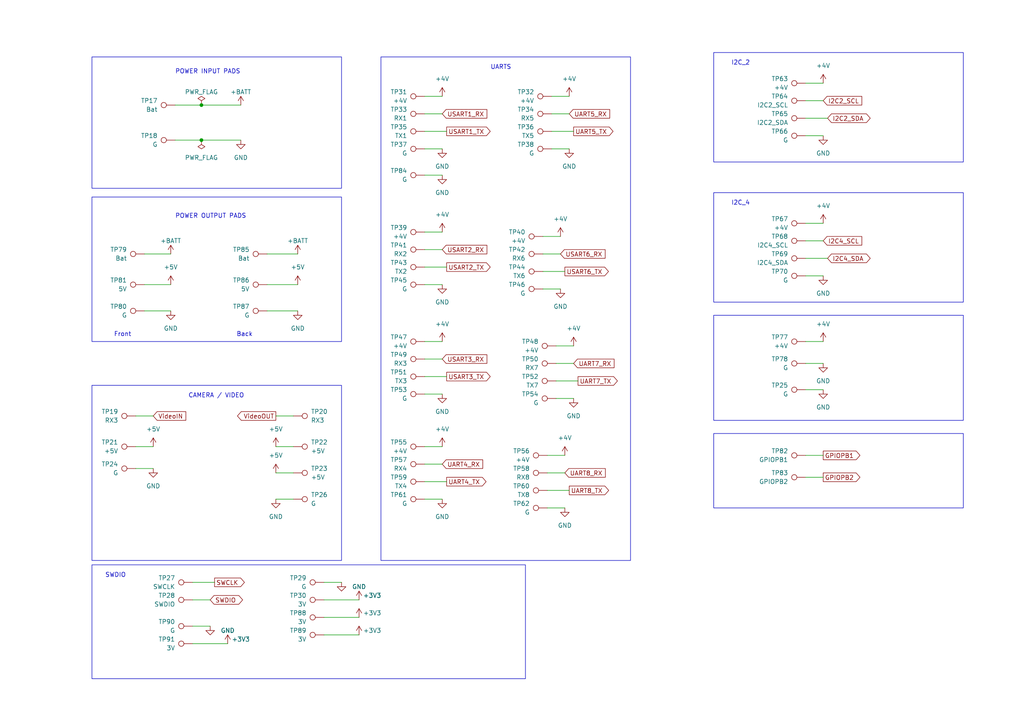
<source format=kicad_sch>
(kicad_sch (version 20231120) (generator "eeschema") (generator_version "8.0")
  (paper "A4")
  (lib_symbols
    (symbol "Connector:TestPoint" (pin_numbers hide) (pin_names (offset 0.762) hide)
      (property "Reference" "TP" (at 0 6.858 0))
      (property "Value" "TestPoint" (at 0 5.08 0))
      (symbol "TestPoint_0_1"
        (circle (center 0 3.302) (radius 0.762))
      )
      (symbol "TestPoint_1_1"
        (pin passive line (at 0 0 90) (length 2.54) (name "1") (number "1"))
      )
    )
    (symbol "power:+3V3" (power) (pin_names (offset 0))
      (property "Value" "+3V3" (at 0 3.556 0))
      (symbol "+3V3_0_1"
        (polyline (pts (xy -0.762 1.27) (xy 0 2.54)))
        (polyline (pts (xy 0 0) (xy 0 2.54)))
        (polyline (pts (xy 0 2.54) (xy 0.762 1.27)))
      )
      (symbol "+3V3_1_1"
        (pin power_in line (at 0 0 90) (length 0) hide (name "+3V3") (number "1"))
      )
    )
    (symbol "power:+4V" (power) (pin_names (offset 0))
      (property "Value" "+4V" (at 0 3.556 0))
      (symbol "+4V_0_1"
        (polyline (pts (xy -0.762 1.27) (xy 0 2.54)))
        (polyline (pts (xy 0 0) (xy 0 2.54)))
        (polyline (pts (xy 0 2.54) (xy 0.762 1.27)))
      )
      (symbol "+4V_1_1"
        (pin power_in line (at 0 0 90) (length 0) hide (name "+4V") (number "1"))
      )
    )
    (symbol "power:+5V" (power) (pin_names (offset 0))
      (property "Value" "+5V" (at 0 3.556 0))
      (symbol "+5V_0_1"
        (polyline (pts (xy -0.762 1.27) (xy 0 2.54)))
        (polyline (pts (xy 0 0) (xy 0 2.54)))
        (polyline (pts (xy 0 2.54) (xy 0.762 1.27)))
      )
      (symbol "+5V_1_1"
        (pin power_in line (at 0 0 90) (length 0) hide (name "+5V") (number "1"))
      )
    )
    (symbol "power:+BATT" (power) (pin_names (offset 0))
      (property "Value" "+BATT" (at 0 3.556 0))
      (symbol "+BATT_0_1"
        (polyline (pts (xy -0.762 1.27) (xy 0 2.54)))
        (polyline (pts (xy 0 0) (xy 0 2.54)))
        (polyline (pts (xy 0 2.54) (xy 0.762 1.27)))
      )
      (symbol "+BATT_1_1"
        (pin power_in line (at 0 0 90) (length 0) hide (name "+BATT") (number "1"))
      )
    )
    (symbol "power:GND" (power) (pin_names (offset 0))
      (property "Value" "GND" (at 0 -3.81 0))
      (symbol "GND_0_1"
        (polyline (pts (xy 0 0) (xy 0 -1.27) (xy 1.27 -1.27) (xy 0 -2.54) (xy -1.27 -1.27) (xy 0 -1.27)))
      )
      (symbol "GND_1_1"
        (pin power_in line (at 0 0 270) (length 0) hide (name "GND") (number "1"))
      )
    )
    (symbol "power:PWR_FLAG" (power) (pin_numbers hide) (pin_names (offset 0) hide)
      (property "Value" "PWR_FLAG" (at 0 3.81 0))
      (symbol "PWR_FLAG_0_0"
        (pin power_out line (at 0 0 90) (length 0) (name "pwr") (number "1"))
      )
      (symbol "PWR_FLAG_0_1"
        (polyline (pts (xy 0 0) (xy 0 1.27) (xy -1.016 1.905) (xy 0 2.54) (xy 1.016 1.905) (xy 0 1.27)))
      )
    )
  )
  (junction (at 58.42 30.48))
  (junction (at 58.42 40.64))
  (wire (pts (xy 93.98 168.91) (xy 99.06 168.91)))
  (wire (pts (xy 163.83 137.16) (xy 158.75 137.16)))
  (wire (pts (xy 41.91 73.66) (xy 49.53 73.66)))
  (wire (pts (xy 233.68 80.01) (xy 238.76 80.01)))
  (wire (pts (xy 123.19 50.8) (xy 128.27 50.8)))
  (wire (pts (xy 93.98 173.99) (xy 104.14 173.99)))
  (wire (pts (xy 163.83 78.74) (xy 157.48 78.74)))
  (wire (pts (xy 233.68 138.43) (xy 238.76 138.43)))
  (wire (pts (xy 44.45 120.65) (xy 39.37 120.65)))
  (wire (pts (xy 167.64 110.49) (xy 161.29 110.49)))
  (wire (pts (xy 238.76 113.03) (xy 233.68 113.03)))
  (wire (pts (xy 129.54 77.47) (xy 123.19 77.47)))
  (wire (pts (xy 123.19 67.31) (xy 128.27 67.31)))
  (wire (pts (xy 165.1 142.24) (xy 158.75 142.24)))
  (wire (pts (xy 128.27 104.14) (xy 123.19 104.14)))
  (wire (pts (xy 55.88 181.61) (xy 60.96 181.61)))
  (wire (pts (xy 129.54 38.1) (xy 123.19 38.1)))
  (wire (pts (xy 41.91 90.17) (xy 49.53 90.17)))
  (wire (pts (xy 129.54 139.7) (xy 123.19 139.7)))
  (wire (pts (xy 80.01 137.16) (xy 85.09 137.16)))
  (wire (pts (xy 233.68 39.37) (xy 238.76 39.37)))
  (wire (pts (xy 77.47 90.17) (xy 86.36 90.17)))
  (wire (pts (xy 77.47 73.66) (xy 86.36 73.66)))
  (wire (pts (xy 160.02 43.18) (xy 165.1 43.18)))
  (wire (pts (xy 41.91 82.55) (xy 49.53 82.55)))
  (wire (pts (xy 233.68 99.06) (xy 238.76 99.06)))
  (wire (pts (xy 80.01 129.54) (xy 85.09 129.54)))
  (wire (pts (xy 85.09 120.65) (xy 80.01 120.65)))
  (wire (pts (xy 240.03 34.29) (xy 233.68 34.29)))
  (wire (pts (xy 123.19 129.54) (xy 128.27 129.54)))
  (wire (pts (xy 123.19 82.55) (xy 128.27 82.55)))
  (wire (pts (xy 50.8 40.64) (xy 58.42 40.64)))
  (wire (pts (xy 165.1 33.02) (xy 160.02 33.02)))
  (wire (pts (xy 161.29 100.33) (xy 166.37 100.33)))
  (wire (pts (xy 233.68 105.41) (xy 238.76 105.41)))
  (wire (pts (xy 39.37 135.89) (xy 44.45 135.89)))
  (wire (pts (xy 93.98 179.07) (xy 104.14 179.07)))
  (wire (pts (xy 123.19 144.78) (xy 128.27 144.78)))
  (wire (pts (xy 129.54 109.22) (xy 123.19 109.22)))
  (wire (pts (xy 160.02 27.94) (xy 165.1 27.94)))
  (wire (pts (xy 158.75 132.08) (xy 163.83 132.08)))
  (wire (pts (xy 233.68 132.08) (xy 238.76 132.08)))
  (wire (pts (xy 128.27 72.39) (xy 123.19 72.39)))
  (wire (pts (xy 55.88 186.69) (xy 66.04 186.69)))
  (wire (pts (xy 39.37 129.54) (xy 44.45 129.54)))
  (wire (pts (xy 128.27 33.02) (xy 123.19 33.02)))
  (wire (pts (xy 62.23 168.91) (xy 55.88 168.91)))
  (wire (pts (xy 240.03 74.93) (xy 233.68 74.93)))
  (wire (pts (xy 157.48 83.82) (xy 162.56 83.82)))
  (wire (pts (xy 123.19 43.18) (xy 128.27 43.18)))
  (wire (pts (xy 50.8 30.48) (xy 58.42 30.48)))
  (wire (pts (xy 157.48 68.58) (xy 162.56 68.58)))
  (wire (pts (xy 60.96 173.99) (xy 55.88 173.99)))
  (wire (pts (xy 233.68 24.13) (xy 238.76 24.13)))
  (wire (pts (xy 93.98 184.15) (xy 104.14 184.15)))
  (wire (pts (xy 238.76 69.85) (xy 233.68 69.85)))
  (wire (pts (xy 123.19 27.94) (xy 128.27 27.94)))
  (wire (pts (xy 158.75 147.32) (xy 163.83 147.32)))
  (wire (pts (xy 77.47 82.55) (xy 86.36 82.55)))
  (wire (pts (xy 161.29 115.57) (xy 166.37 115.57)))
  (wire (pts (xy 80.01 144.78) (xy 85.09 144.78)))
  (wire (pts (xy 58.42 40.64) (xy 69.85 40.64)))
  (wire (pts (xy 58.42 30.48) (xy 69.85 30.48)))
  (wire (pts (xy 123.19 114.3) (xy 128.27 114.3)))
  (wire (pts (xy 233.68 64.77) (xy 238.76 64.77)))
  (wire (pts (xy 166.37 105.41) (xy 161.29 105.41)))
  (wire (pts (xy 123.19 99.06) (xy 128.27 99.06)))
  (wire (pts (xy 128.27 134.62) (xy 123.19 134.62)))
  (wire (pts (xy 238.76 29.21) (xy 233.68 29.21)))
  (wire (pts (xy 162.56 73.66) (xy 157.48 73.66)))
  (wire (pts (xy 166.37 38.1) (xy 160.02 38.1)))
  (rectangle (start 110.49 16.51) (end 182.88 162.56))
  (rectangle (start 207.01 91.44) (end 279.4 121.92))
  (rectangle (start 26.67 163.83) (end 152.4 196.85))
  (rectangle (start 26.67 16.51) (end 99.06 54.61))
  (rectangle (start 207.01 55.88) (end 279.4 87.63))
  (rectangle (start 26.67 111.76) (end 99.06 162.56))
  (rectangle (start 26.67 57.15) (end 99.06 99.06))
  (rectangle (start 207.01 125.73) (end 279.4 147.32))
  (rectangle (start 207.01 15.24) (end 279.4 46.99))
  (text "Back" (at 68.58 97.79 0) (effects (font (size 1.27 1.27)) (justify left bottom)))
  (text "Front" (at 33.02 97.79 0) (effects (font (size 1.27 1.27)) (justify left bottom)))
  (text "I2C_2" (at 212.09 19.05 0) (effects (font (size 1.27 1.27)) (justify left bottom)))
  (text "I2C_4" (at 212.09 59.69 0) (effects (font (size 1.27 1.27)) (justify left bottom)))
  (text "UARTS" (at 142.24 20.32 0) (effects (font (size 1.27 1.27)) (justify left bottom)))
  (text "CAMERA / VIDEO" (at 54.61 115.57 0) (effects (font (size 1.27 1.27)) (justify left bottom)))
  (text "POWER OUTPUT PADS" (at 50.8 63.5 0) (effects (font (size 1.27 1.27)) (justify left bottom)))
  (text "POWER INPUT PADS" (at 50.8 21.59 0) (effects (font (size 1.27 1.27)) (justify left bottom)))
  (text "SWDIO" (at 30.48 167.64 0) (effects (font (size 1.27 1.27)) (justify left bottom)))
  (global_label "UART4_RX" (shape input) (at 128.27 134.62 0) (property "Intersheetrefs" "${INTERSHEET_REFS}" (effects (hide yes))))
  (global_label "USART6_TX" (shape output) (at 163.83 78.74 0) (property "Intersheetrefs" "${INTERSHEET_REFS}" (effects (hide yes))))
  (global_label "I2C2_SCL" (shape input) (at 238.76 29.21 0) (property "Intersheetrefs" "${INTERSHEET_REFS}" (effects (hide yes))))
  (global_label "UART4_TX" (shape output) (at 129.54 139.7 0) (property "Intersheetrefs" "${INTERSHEET_REFS}" (effects (hide yes))))
  (global_label "GPIOPB2" (shape output) (at 238.76 138.43 0) (property "Intersheetrefs" "${INTERSHEET_REFS}" (effects (hide yes))))
  (global_label "I2C4_SDA" (shape bidirectional) (at 240.03 74.93 0) (property "Intersheetrefs" "${INTERSHEET_REFS}" (effects (hide yes))))
  (global_label "SWCLK" (shape output) (at 62.23 168.91 0) (property "Intersheetrefs" "${INTERSHEET_REFS}" (effects (hide yes))))
  (global_label "I2C4_SCL" (shape input) (at 238.76 69.85 0) (property "Intersheetrefs" "${INTERSHEET_REFS}" (effects (hide yes))))
  (global_label "VideoOUT" (shape output) (at 80.01 120.65 180) (property "Intersheetrefs" "${INTERSHEET_REFS}" (effects (hide yes))))
  (global_label "USART1_TX" (shape output) (at 129.54 38.1 0) (property "Intersheetrefs" "${INTERSHEET_REFS}" (effects (hide yes))))
  (global_label "I2C2_SDA" (shape bidirectional) (at 240.03 34.29 0) (property "Intersheetrefs" "${INTERSHEET_REFS}" (effects (hide yes))))
  (global_label "USART2_RX" (shape input) (at 128.27 72.39 0) (property "Intersheetrefs" "${INTERSHEET_REFS}" (effects (hide yes))))
  (global_label "UART7_TX" (shape output) (at 167.64 110.49 0) (property "Intersheetrefs" "${INTERSHEET_REFS}" (effects (hide yes))))
  (global_label "GPIOPB1" (shape output) (at 238.76 132.08 0) (property "Intersheetrefs" "${INTERSHEET_REFS}" (effects (hide yes))))
  (global_label "USART3_TX" (shape output) (at 129.54 109.22 0) (property "Intersheetrefs" "${INTERSHEET_REFS}" (effects (hide yes))))
  (global_label "SWDIO" (shape bidirectional) (at 60.96 173.99 0) (property "Intersheetrefs" "${INTERSHEET_REFS}" (effects (hide yes))))
  (global_label "USART1_RX" (shape input) (at 128.27 33.02 0) (property "Intersheetrefs" "${INTERSHEET_REFS}" (effects (hide yes))))
  (global_label "UART8_RX" (shape input) (at 163.83 137.16 0) (property "Intersheetrefs" "${INTERSHEET_REFS}" (effects (hide yes))))
  (global_label "USART3_RX" (shape input) (at 128.27 104.14 0) (property "Intersheetrefs" "${INTERSHEET_REFS}" (effects (hide yes))))
  (global_label "VideoIN" (shape input) (at 44.45 120.65 0) (property "Intersheetrefs" "${INTERSHEET_REFS}" (effects (hide yes))))
  (global_label "UART5_RX" (shape input) (at 165.1 33.02 0) (property "Intersheetrefs" "${INTERSHEET_REFS}" (effects (hide yes))))
  (global_label "USART2_TX" (shape output) (at 129.54 77.47 0) (property "Intersheetrefs" "${INTERSHEET_REFS}" (effects (hide yes))))
  (global_label "UART8_TX" (shape output) (at 165.1 142.24 0) (property "Intersheetrefs" "${INTERSHEET_REFS}" (effects (hide yes))))
  (global_label "UART5_TX" (shape output) (at 166.37 38.1 0) (property "Intersheetrefs" "${INTERSHEET_REFS}" (effects (hide yes))))
  (global_label "UART7_RX" (shape input) (at 166.37 105.41 0) (property "Intersheetrefs" "${INTERSHEET_REFS}" (effects (hide yes))))
  (global_label "USART6_RX" (shape input) (at 162.56 73.66 0) (property "Intersheetrefs" "${INTERSHEET_REFS}" (effects (hide yes))))
  (symbol (lib_id "Connector:TestPoint") (at 233.68 64.77 90) (unit 1)
    (property "Reference" "TP67" (at 228.6 63.5 90) (effects (justify left)))
    (property "Value" "+4V" (at 228.6 66.04 90) (effects (justify left)))
    (property "Footprint" "Project:TestPoint_Pad_1.0x1.5mm" (effects (hide yes)))
    (property "Note" "DNP" (effects (hide yes)))
    (property "Assemby" "Copper pad: no assembly required" (effects (hide yes)))
  )
  (symbol (lib_id "power:+5V") (at 86.36 82.55 0) (unit 1)
    (property "Reference" "#PWR032" (effects (hide yes)))
    (property "Value" "+5V" (at 86.36 77.47 0))
  )
  (symbol (lib_id "Connector:TestPoint") (at 123.19 67.31 90) (unit 1)
    (property "Reference" "TP39" (at 118.11 66.04 90) (effects (justify left)))
    (property "Value" "+4V" (at 118.11 68.58 90) (effects (justify left)))
    (property "Footprint" "Project:TestPoint_Pad_1.0x1.5mm" (effects (hide yes)))
    (property "Note" "DNP" (effects (hide yes)))
    (property "Assemby" "Copper pad: no assembly required" (effects (hide yes)))
  )
  (symbol (lib_id "power:+3V3") (at 104.14 173.99 0) (unit 1)
    (property "Reference" "#PWR0202" (effects (hide yes)))
    (property "Value" "+3V3" (at 107.95 172.72 0))
  )
  (symbol (lib_id "Connector:TestPoint") (at 85.09 144.78 270) (mirror x) (unit 1)
    (property "Reference" "TP26" (at 90.17 143.51 90) (effects (justify left)))
    (property "Value" "G" (at 90.17 146.05 90) (effects (justify left)))
    (property "Footprint" "Project:TestPoint_Pad_1.0x1.5mm" (effects (hide yes)))
    (property "Note" "DNP" (effects (hide yes)))
    (property "Assemby" "Copper pad: no assembly required" (effects (hide yes)))
  )
  (symbol (lib_id "power:+4V") (at 128.27 27.94 0) (unit 1)
    (property "Reference" "#PWR0209" (effects (hide yes)))
    (property "Value" "+4V" (at 128.27 22.86 0))
  )
  (symbol (lib_id "Connector:TestPoint") (at 157.48 68.58 90) (unit 1)
    (property "Reference" "TP40" (at 152.4 67.31 90) (effects (justify left)))
    (property "Value" "+4V" (at 152.4 69.85 90) (effects (justify left)))
    (property "Footprint" "Project:TestPoint_Pad_1.0x1.5mm" (effects (hide yes)))
    (property "Note" "DNP" (effects (hide yes)))
    (property "Assemby" "Copper pad: no assembly required" (effects (hide yes)))
  )
  (symbol (lib_id "Connector:TestPoint") (at 233.68 74.93 90) (unit 1)
    (property "Reference" "TP69" (at 228.6 73.66 90) (effects (justify left)))
    (property "Value" "I2C4_SDA" (at 228.6 76.2 90) (effects (justify left)))
    (property "Footprint" "Project:TestPoint_Pad_1.0x1.5mm" (effects (hide yes)))
    (property "Note" "DNP" (effects (hide yes)))
    (property "Assemby" "Copper pad: no assembly required" (effects (hide yes)))
  )
  (symbol (lib_id "power:+4V") (at 162.56 68.58 0) (unit 1)
    (property "Reference" "#PWR0217" (effects (hide yes)))
    (property "Value" "+4V" (at 162.56 63.5 0))
  )
  (symbol (lib_id "power:GND") (at 80.01 144.78 0) (unit 1)
    (property "Reference" "#PWR0208" (effects (hide yes)))
    (property "Value" "GND" (at 80.01 149.86 0))
  )
  (symbol (lib_id "Connector:TestPoint") (at 123.19 50.8 90) (unit 1)
    (property "Reference" "TP84" (at 118.11 49.53 90) (effects (justify left)))
    (property "Value" "G" (at 118.11 52.07 90) (effects (justify left)))
    (property "Footprint" "Project:TestPoint_Pad_1.0x1.5mm" (effects (hide yes)))
    (property "Note" "DNP" (effects (hide yes)))
    (property "Assemby" "Copper pad: no assembly required" (effects (hide yes)))
  )
  (symbol (lib_id "Connector:TestPoint") (at 41.91 90.17 90) (unit 1)
    (property "Reference" "TP80" (at 36.83 88.9 90) (effects (justify left)))
    (property "Value" "G" (at 36.83 91.44 90) (effects (justify left)))
    (property "Footprint" "Project:TestPoint_Pad_1.0x1.5mm" (effects (hide yes)))
    (property "Note" "DNP" (effects (hide yes)))
    (property "Assemby" "Copper pad: no assembly required" (effects (hide yes)))
  )
  (symbol (lib_id "power:+4V") (at 165.1 27.94 0) (unit 1)
    (property "Reference" "#PWR0221" (effects (hide yes)))
    (property "Value" "+4V" (at 165.1 22.86 0))
  )
  (symbol (lib_id "Connector:TestPoint") (at 93.98 173.99 90) (unit 1)
    (property "Reference" "TP30" (at 88.9 172.72 90) (effects (justify left)))
    (property "Value" "3V" (at 88.9 175.26 90) (effects (justify left)))
    (property "Footprint" "Project:TestPoint_Pad_1.0x1.5mm" (effects (hide yes)))
    (property "Note" "DNP" (effects (hide yes)))
    (property "Assemby" "Copper pad: no assembly required" (effects (hide yes)))
  )
  (symbol (lib_id "power:GND") (at 49.53 90.17 0) (unit 1)
    (property "Reference" "#PWR028" (effects (hide yes)))
    (property "Value" "GND" (at 49.53 95.25 0))
  )
  (symbol (lib_id "Connector:TestPoint") (at 123.19 43.18 90) (unit 1)
    (property "Reference" "TP37" (at 118.11 41.91 90) (effects (justify left)))
    (property "Value" "G" (at 118.11 44.45 90) (effects (justify left)))
    (property "Footprint" "Project:TestPoint_Pad_1.0x1.5mm" (effects (hide yes)))
    (property "Note" "DNP" (effects (hide yes)))
    (property "Assemby" "Copper pad: no assembly required" (effects (hide yes)))
  )
  (symbol (lib_id "Connector:TestPoint") (at 55.88 173.99 90) (unit 1)
    (property "Reference" "TP28" (at 50.8 172.72 90) (effects (justify left)))
    (property "Value" "SWDIO" (at 50.8 175.26 90) (effects (justify left)))
    (property "Footprint" "Project:TestPoint_Pad_1.0x1.5mm" (effects (hide yes)))
    (property "Note" "DNP" (effects (hide yes)))
    (property "Assemby" "Copper pad: no assembly required" (effects (hide yes)))
  )
  (symbol (lib_id "Connector:TestPoint") (at 233.68 132.08 90) (unit 1)
    (property "Reference" "TP82" (at 228.6 130.81 90) (effects (justify left)))
    (property "Value" "GPIOPB1" (at 228.6 133.35 90) (effects (justify left)))
    (property "Footprint" "Project:TestPoint_Pad_1.0x1.5mm" (effects (hide yes)))
    (property "Note" "DNP" (effects (hide yes)))
    (property "Assemby" "Copper pad: no assembly required" (effects (hide yes)))
  )
  (symbol (lib_id "power:GND") (at 238.76 105.41 0) (unit 1)
    (property "Reference" "#PWR026" (effects (hide yes)))
    (property "Value" "GND" (at 238.76 110.49 0))
  )
  (symbol (lib_id "Connector:TestPoint") (at 123.19 109.22 90) (unit 1)
    (property "Reference" "TP51" (at 118.11 107.95 90) (effects (justify left)))
    (property "Value" "TX3" (at 118.11 110.49 90) (effects (justify left)))
    (property "Footprint" "Project:TestPoint_Pad_1.0x1.5mm" (effects (hide yes)))
    (property "Note" "DNP" (effects (hide yes)))
    (property "Assemby" "Copper pad: no assembly required" (effects (hide yes)))
  )
  (symbol (lib_id "power:+BATT") (at 86.36 73.66 0) (unit 1)
    (property "Reference" "#PWR031" (effects (hide yes)))
    (property "Value" "+BATT" (at 86.36 69.85 0))
  )
  (symbol (lib_id "power:GND") (at 128.27 114.3 0) (unit 1)
    (property "Reference" "#PWR0214" (effects (hide yes)))
    (property "Value" "GND" (at 128.27 119.38 0))
  )
  (symbol (lib_id "Connector:TestPoint") (at 233.68 113.03 90) (unit 1)
    (property "Reference" "TP25" (at 228.6 111.76 90) (effects (justify left)))
    (property "Value" "G" (at 228.6 114.3 90) (effects (justify left)))
    (property "Footprint" "Project:TestPoint_Pad_1.0x1.5mm" (effects (hide yes)))
    (property "Note" "DNP" (effects (hide yes)))
    (property "Assemby" "Copper pad: no assembly required" (effects (hide yes)))
  )
  (symbol (lib_id "power:GND") (at 86.36 90.17 0) (unit 1)
    (property "Reference" "#PWR033" (effects (hide yes)))
    (property "Value" "GND" (at 86.36 95.25 0))
  )
  (symbol (lib_id "power:GND") (at 238.76 80.01 0) (unit 1)
    (property "Reference" "#PWR0228" (effects (hide yes)))
    (property "Value" "GND" (at 238.76 85.09 0))
  )
  (symbol (lib_id "Connector:TestPoint") (at 123.19 144.78 90) (unit 1)
    (property "Reference" "TP61" (at 118.11 143.51 90) (effects (justify left)))
    (property "Value" "G" (at 118.11 146.05 90) (effects (justify left)))
    (property "Footprint" "Project:TestPoint_Pad_1.0x1.5mm" (effects (hide yes)))
    (property "Note" "DNP" (effects (hide yes)))
    (property "Assemby" "Copper pad: no assembly required" (effects (hide yes)))
  )
  (symbol (lib_id "power:PWR_FLAG") (at 58.42 30.48 0) (unit 1)
    (property "Reference" "#FLG0107" (effects (hide yes)))
    (property "Value" "PWR_FLAG" (at 58.42 26.67 0))
  )
  (symbol (lib_id "Connector:TestPoint") (at 39.37 129.54 90) (unit 1)
    (property "Reference" "TP21" (at 34.29 128.27 90) (effects (justify left)))
    (property "Value" "+5V" (at 34.29 130.81 90) (effects (justify left)))
    (property "Footprint" "Project:TestPoint_Pad_1.0x1.5mm" (effects (hide yes)))
    (property "Note" "DNP" (effects (hide yes)))
    (property "Assemby" "Copper pad: no assembly required" (effects (hide yes)))
  )
  (symbol (lib_id "Connector:TestPoint") (at 123.19 33.02 90) (unit 1)
    (property "Reference" "TP33" (at 118.11 31.75 90) (effects (justify left)))
    (property "Value" "RX1" (at 118.11 34.29 90) (effects (justify left)))
    (property "Footprint" "Project:TestPoint_Pad_1.0x1.5mm" (effects (hide yes)))
    (property "Note" "DNP" (effects (hide yes)))
    (property "Assemby" "Copper pad: no assembly required" (effects (hide yes)))
  )
  (symbol (lib_id "power:+4V") (at 166.37 100.33 0) (unit 1)
    (property "Reference" "#PWR0223" (effects (hide yes)))
    (property "Value" "+4V" (at 166.37 95.25 0))
  )
  (symbol (lib_id "power:GND") (at 162.56 83.82 0) (unit 1)
    (property "Reference" "#PWR0218" (effects (hide yes)))
    (property "Value" "GND" (at 162.56 88.9 0))
  )
  (symbol (lib_id "power:+4V") (at 128.27 99.06 0) (unit 1)
    (property "Reference" "#PWR0213" (effects (hide yes)))
    (property "Value" "+4V" (at 128.27 93.98 0))
  )
  (symbol (lib_id "Connector:TestPoint") (at 93.98 184.15 90) (unit 1)
    (property "Reference" "TP89" (at 88.9 182.88 90) (effects (justify left)))
    (property "Value" "3V" (at 88.9 185.42 90) (effects (justify left)))
    (property "Footprint" "Project:TestPoint_Pad_1.0x1.5mm" (effects (hide yes)))
    (property "Note" "DNP" (effects (hide yes)))
    (property "Assemby" "Copper pad: no assembly required" (effects (hide yes)))
  )
  (symbol (lib_id "power:+BATT") (at 49.53 73.66 0) (unit 1)
    (property "Reference" "#PWR027" (effects (hide yes)))
    (property "Value" "+BATT" (at 49.53 69.85 0))
  )
  (symbol (lib_id "power:+4V") (at 163.83 132.08 0) (unit 1)
    (property "Reference" "#PWR0219" (effects (hide yes)))
    (property "Value" "+4V" (at 163.83 127 0))
  )
  (symbol (lib_id "Connector:TestPoint") (at 158.75 137.16 90) (unit 1)
    (property "Reference" "TP58" (at 153.67 135.89 90) (effects (justify left)))
    (property "Value" "RX8" (at 153.67 138.43 90) (effects (justify left)))
    (property "Footprint" "Project:TestPoint_Pad_1.0x1.5mm" (effects (hide yes)))
    (property "Note" "DNP" (effects (hide yes)))
    (property "Assemby" "Copper pad: no assembly required" (effects (hide yes)))
  )
  (symbol (lib_id "power:+5V") (at 49.53 82.55 0) (unit 1)
    (property "Reference" "#PWR029" (effects (hide yes)))
    (property "Value" "+5V" (at 49.53 77.47 0))
  )
  (symbol (lib_id "Connector:TestPoint") (at 85.09 137.16 270) (mirror x) (unit 1)
    (property "Reference" "TP23" (at 90.17 135.89 90) (effects (justify left)))
    (property "Value" "+5V" (at 90.17 138.43 90) (effects (justify left)))
    (property "Footprint" "Project:TestPoint_Pad_1.0x1.5mm" (effects (hide yes)))
    (property "Note" "DNP" (effects (hide yes)))
    (property "Assemby" "Copper pad: no assembly required" (effects (hide yes)))
  )
  (symbol (lib_id "Connector:TestPoint") (at 123.19 99.06 90) (unit 1)
    (property "Reference" "TP47" (at 118.11 97.79 90) (effects (justify left)))
    (property "Value" "+4V" (at 118.11 100.33 90) (effects (justify left)))
    (property "Footprint" "Project:TestPoint_Pad_1.0x1.5mm" (effects (hide yes)))
    (property "Note" "DNP" (effects (hide yes)))
    (property "Assemby" "Copper pad: no assembly required" (effects (hide yes)))
  )
  (symbol (lib_id "Connector:TestPoint") (at 123.19 38.1 90) (unit 1)
    (property "Reference" "TP35" (at 118.11 36.83 90) (effects (justify left)))
    (property "Value" "TX1" (at 118.11 39.37 90) (effects (justify left)))
    (property "Footprint" "Project:TestPoint_Pad_1.0x1.5mm" (effects (hide yes)))
    (property "Note" "DNP" (effects (hide yes)))
    (property "Assemby" "Copper pad: no assembly required" (effects (hide yes)))
  )
  (symbol (lib_id "Connector:TestPoint") (at 160.02 43.18 90) (unit 1)
    (property "Reference" "TP38" (at 154.94 41.91 90) (effects (justify left)))
    (property "Value" "G" (at 154.94 44.45 90) (effects (justify left)))
    (property "Footprint" "Project:TestPoint_Pad_1.0x1.5mm" (effects (hide yes)))
    (property "Note" "DNP" (effects (hide yes)))
    (property "Assemby" "Copper pad: no assembly required" (effects (hide yes)))
  )
  (symbol (lib_id "power:+BATT") (at 69.85 30.48 0) (unit 1)
    (property "Reference" "#PWR0203" (effects (hide yes)))
    (property "Value" "+BATT" (at 69.85 26.67 0))
  )
  (symbol (lib_id "power:GND") (at 69.85 40.64 0) (unit 1)
    (property "Reference" "#PWR0204" (effects (hide yes)))
    (property "Value" "GND" (at 69.85 45.72 0))
  )
  (symbol (lib_id "Connector:TestPoint") (at 233.68 99.06 90) (unit 1)
    (property "Reference" "TP77" (at 228.6 97.79 90) (effects (justify left)))
    (property "Value" "+4V" (at 228.6 100.33 90) (effects (justify left)))
    (property "Footprint" "Project:TestPoint_Pad_1.0x1.5mm" (effects (hide yes)))
    (property "Note" "DNP" (effects (hide yes)))
    (property "Assemby" "Copper pad: no assembly required" (effects (hide yes)))
  )
  (symbol (lib_id "Connector:TestPoint") (at 158.75 147.32 90) (unit 1)
    (property "Reference" "TP62" (at 153.67 146.05 90) (effects (justify left)))
    (property "Value" "G" (at 153.67 148.59 90) (effects (justify left)))
    (property "Footprint" "Project:TestPoint_Pad_1.0x1.5mm" (effects (hide yes)))
    (property "Note" "DNP" (effects (hide yes)))
    (property "Assemby" "Copper pad: no assembly required" (effects (hide yes)))
  )
  (symbol (lib_id "Connector:TestPoint") (at 123.19 82.55 90) (unit 1)
    (property "Reference" "TP45" (at 118.11 81.28 90) (effects (justify left)))
    (property "Value" "G" (at 118.11 83.82 90) (effects (justify left)))
    (property "Footprint" "Project:TestPoint_Pad_1.0x1.5mm" (effects (hide yes)))
    (property "Note" "DNP" (effects (hide yes)))
    (property "Assemby" "Copper pad: no assembly required" (effects (hide yes)))
  )
  (symbol (lib_id "Connector:TestPoint") (at 93.98 179.07 90) (unit 1)
    (property "Reference" "TP88" (at 88.9 177.8 90) (effects (justify left)))
    (property "Value" "3V" (at 88.9 180.34 90) (effects (justify left)))
    (property "Footprint" "Project:TestPoint_Pad_1.0x1.5mm" (effects (hide yes)))
    (property "Note" "DNP" (effects (hide yes)))
    (property "Assemby" "Copper pad: no assembly required" (effects (hide yes)))
  )
  (symbol (lib_id "Connector:TestPoint") (at 161.29 115.57 90) (unit 1)
    (property "Reference" "TP54" (at 156.21 114.3 90) (effects (justify left)))
    (property "Value" "G" (at 156.21 116.84 90) (effects (justify left)))
    (property "Footprint" "Project:TestPoint_Pad_1.0x1.5mm" (effects (hide yes)))
    (property "Note" "DNP" (effects (hide yes)))
    (property "Assemby" "Copper pad: no assembly required" (effects (hide yes)))
  )
  (symbol (lib_id "Connector:TestPoint") (at 77.47 90.17 90) (unit 1)
    (property "Reference" "TP87" (at 72.39 88.9 90) (effects (justify left)))
    (property "Value" "G" (at 72.39 91.44 90) (effects (justify left)))
    (property "Footprint" "Project:TestPoint_Pad_1.0x1.5mm" (effects (hide yes)))
    (property "Note" "DNP" (effects (hide yes)))
    (property "Assemby" "Copper pad: no assembly required" (effects (hide yes)))
  )
  (symbol (lib_id "Connector:TestPoint") (at 39.37 135.89 90) (unit 1)
    (property "Reference" "TP24" (at 34.29 134.62 90) (effects (justify left)))
    (property "Value" "G" (at 34.29 137.16 90) (effects (justify left)))
    (property "Footprint" "Project:TestPoint_Pad_1.0x1.5mm" (effects (hide yes)))
    (property "Note" "DNP" (effects (hide yes)))
    (property "Assemby" "Copper pad: no assembly required" (effects (hide yes)))
  )
  (symbol (lib_id "Connector:TestPoint") (at 160.02 38.1 90) (unit 1)
    (property "Reference" "TP36" (at 154.94 36.83 90) (effects (justify left)))
    (property "Value" "TX5" (at 154.94 39.37 90) (effects (justify left)))
    (property "Footprint" "Project:TestPoint_Pad_1.0x1.5mm" (effects (hide yes)))
    (property "Note" "DNP" (effects (hide yes)))
    (property "Assemby" "Copper pad: no assembly required" (effects (hide yes)))
  )
  (symbol (lib_id "power:GND") (at 238.76 39.37 0) (unit 1)
    (property "Reference" "#PWR0226" (effects (hide yes)))
    (property "Value" "GND" (at 238.76 44.45 0))
  )
  (symbol (lib_id "Connector:TestPoint") (at 85.09 129.54 270) (mirror x) (unit 1)
    (property "Reference" "TP22" (at 90.17 128.27 90) (effects (justify left)))
    (property "Value" "+5V" (at 90.17 130.81 90) (effects (justify left)))
    (property "Footprint" "Project:TestPoint_Pad_1.0x1.5mm" (effects (hide yes)))
    (property "Note" "DNP" (effects (hide yes)))
    (property "Assemby" "Copper pad: no assembly required" (effects (hide yes)))
  )
  (symbol (lib_id "power:GND") (at 44.45 135.89 0) (unit 1)
    (property "Reference" "#PWR0200" (effects (hide yes)))
    (property "Value" "GND" (at 44.45 140.97 0))
  )
  (symbol (lib_id "Connector:TestPoint") (at 55.88 168.91 90) (unit 1)
    (property "Reference" "TP27" (at 50.8 167.64 90) (effects (justify left)))
    (property "Value" "SWCLK" (at 50.8 170.18 90) (effects (justify left)))
    (property "Footprint" "Project:TestPoint_Pad_1.0x1.5mm" (effects (hide yes)))
    (property "Note" "DNP" (effects (hide yes)))
    (property "Assemby" "Copper pad: no assembly required" (effects (hide yes)))
  )
  (symbol (lib_id "power:GND") (at 166.37 115.57 0) (unit 1)
    (property "Reference" "#PWR0224" (effects (hide yes)))
    (property "Value" "GND" (at 166.37 120.65 0))
  )
  (symbol (lib_id "power:GND") (at 128.27 82.55 0) (unit 1)
    (property "Reference" "#PWR0212" (effects (hide yes)))
    (property "Value" "GND" (at 128.27 87.63 0))
  )
  (symbol (lib_id "Connector:TestPoint") (at 77.47 73.66 90) (unit 1)
    (property "Reference" "TP85" (at 72.39 72.39 90) (effects (justify left)))
    (property "Value" "Bat" (at 72.39 74.93 90) (effects (justify left)))
    (property "Footprint" "Project:TestPoint_Pad_1.0x1.5mm" (effects (hide yes)))
    (property "Note" "DNP" (effects (hide yes)))
    (property "Assemby" "Copper pad: no assembly required" (effects (hide yes)))
  )
  (symbol (lib_id "Connector:TestPoint") (at 233.68 138.43 90) (unit 1)
    (property "Reference" "TP83" (at 228.6 137.16 90) (effects (justify left)))
    (property "Value" "GPIOPB2" (at 228.6 139.7 90) (effects (justify left)))
    (property "Footprint" "Project:TestPoint_Pad_1.0x1.5mm" (effects (hide yes)))
    (property "Note" "DNP" (effects (hide yes)))
    (property "Assemby" "Copper pad: no assembly required" (effects (hide yes)))
  )
  (symbol (lib_id "Connector:TestPoint") (at 123.19 27.94 90) (unit 1)
    (property "Reference" "TP31" (at 118.11 26.67 90) (effects (justify left)))
    (property "Value" "+4V" (at 118.11 29.21 90) (effects (justify left)))
    (property "Footprint" "Project:TestPoint_Pad_1.0x1.5mm" (effects (hide yes)))
    (property "Note" "DNP" (effects (hide yes)))
    (property "Assemby" "Copper pad: no assembly required" (effects (hide yes)))
  )
  (symbol (lib_id "power:+4V") (at 128.27 67.31 0) (unit 1)
    (property "Reference" "#PWR0211" (effects (hide yes)))
    (property "Value" "+4V" (at 128.27 62.23 0))
  )
  (symbol (lib_id "power:+5V") (at 80.01 129.54 0) (unit 1)
    (property "Reference" "#PWR0205" (effects (hide yes)))
    (property "Value" "+5V" (at 80.01 124.46 0))
  )
  (symbol (lib_id "Connector:TestPoint") (at 233.68 24.13 90) (unit 1)
    (property "Reference" "TP63" (at 228.6 22.86 90) (effects (justify left)))
    (property "Value" "+4V" (at 228.6 25.4 90) (effects (justify left)))
    (property "Footprint" "Project:TestPoint_Pad_1.0x1.5mm" (effects (hide yes)))
    (property "Note" "DNP" (effects (hide yes)))
    (property "Assemby" "Copper pad: no assembly required" (effects (hide yes)))
  )
  (symbol (lib_id "power:GND") (at 128.27 144.78 0) (unit 1)
    (property "Reference" "#PWR0216" (effects (hide yes)))
    (property "Value" "GND" (at 128.27 149.86 0))
  )
  (symbol (lib_id "power:+4V") (at 128.27 129.54 0) (unit 1)
    (property "Reference" "#PWR0215" (effects (hide yes)))
    (property "Value" "+4V" (at 128.27 124.46 0))
  )
  (symbol (lib_id "Connector:TestPoint") (at 123.19 104.14 90) (unit 1)
    (property "Reference" "TP49" (at 118.11 102.87 90) (effects (justify left)))
    (property "Value" "RX3" (at 118.11 105.41 90) (effects (justify left)))
    (property "Footprint" "Project:TestPoint_Pad_1.0x1.5mm" (effects (hide yes)))
    (property "Note" "DNP" (effects (hide yes)))
    (property "Assemby" "Copper pad: no assembly required" (effects (hide yes)))
  )
  (symbol (lib_id "Connector:TestPoint") (at 55.88 186.69 90) (unit 1)
    (property "Reference" "TP91" (at 50.8 185.42 90) (effects (justify left)))
    (property "Value" "3V" (at 50.8 187.96 90) (effects (justify left)))
    (property "Footprint" "Project:TestPoint_Pad_1.0x1.5mm" (effects (hide yes)))
    (property "Note" "DNP" (effects (hide yes)))
    (property "Assemby" "Copper pad: no assembly required" (effects (hide yes)))
  )
  (symbol (lib_id "Connector:TestPoint") (at 85.09 120.65 270) (mirror x) (unit 1)
    (property "Reference" "TP20" (at 90.17 119.38 90) (effects (justify left)))
    (property "Value" "RX3" (at 90.17 121.92 90) (effects (justify left)))
    (property "Footprint" "Project:TestPoint_Pad_1.0x1.5mm" (effects (hide yes)))
    (property "Note" "DNP" (effects (hide yes)))
    (property "Assemby" "Copper pad: no assembly required" (effects (hide yes)))
  )
  (symbol (lib_id "Connector:TestPoint") (at 123.19 77.47 90) (unit 1)
    (property "Reference" "TP43" (at 118.11 76.2 90) (effects (justify left)))
    (property "Value" "TX2" (at 118.11 78.74 90) (effects (justify left)))
    (property "Footprint" "Project:TestPoint_Pad_1.0x1.5mm" (effects (hide yes)))
    (property "Note" "DNP" (effects (hide yes)))
    (property "Assemby" "Copper pad: no assembly required" (effects (hide yes)))
  )
  (symbol (lib_id "Connector:TestPoint") (at 157.48 78.74 90) (unit 1)
    (property "Reference" "TP44" (at 152.4 77.47 90) (effects (justify left)))
    (property "Value" "TX6" (at 152.4 80.01 90) (effects (justify left)))
    (property "Footprint" "Project:TestPoint_Pad_1.0x1.5mm" (effects (hide yes)))
    (property "Note" "DNP" (effects (hide yes)))
    (property "Assemby" "Copper pad: no assembly required" (effects (hide yes)))
  )
  (symbol (lib_id "Connector:TestPoint") (at 161.29 100.33 90) (unit 1)
    (property "Reference" "TP48" (at 156.21 99.06 90) (effects (justify left)))
    (property "Value" "+4V" (at 156.21 101.6 90) (effects (justify left)))
    (property "Footprint" "Project:TestPoint_Pad_1.0x1.5mm" (effects (hide yes)))
    (property "Note" "DNP" (effects (hide yes)))
    (property "Assemby" "Copper pad: no assembly required" (effects (hide yes)))
  )
  (symbol (lib_id "Connector:TestPoint") (at 233.68 69.85 90) (unit 1)
    (property "Reference" "TP68" (at 228.6 68.58 90) (effects (justify left)))
    (property "Value" "I2C4_SCL" (at 228.6 71.12 90) (effects (justify left)))
    (property "Footprint" "Project:TestPoint_Pad_1.0x1.5mm" (effects (hide yes)))
    (property "Note" "DNP" (effects (hide yes)))
    (property "Assemby" "Copper pad: no assembly required" (effects (hide yes)))
  )
  (symbol (lib_id "Connector:TestPoint") (at 123.19 114.3 90) (unit 1)
    (property "Reference" "TP53" (at 118.11 113.03 90) (effects (justify left)))
    (property "Value" "G" (at 118.11 115.57 90) (effects (justify left)))
    (property "Footprint" "Project:TestPoint_Pad_1.0x1.5mm" (effects (hide yes)))
    (property "Note" "DNP" (effects (hide yes)))
    (property "Assemby" "Copper pad: no assembly required" (effects (hide yes)))
  )
  (symbol (lib_id "power:+3V3") (at 66.04 186.69 0) (unit 1)
    (property "Reference" "#PWR052" (effects (hide yes)))
    (property "Value" "+3V3" (at 69.85 185.42 0))
  )
  (symbol (lib_id "power:GND") (at 128.27 43.18 0) (unit 1)
    (property "Reference" "#PWR0210" (effects (hide yes)))
    (property "Value" "GND" (at 128.27 48.26 0))
  )
  (symbol (lib_id "Connector:TestPoint") (at 233.68 105.41 90) (unit 1)
    (property "Reference" "TP78" (at 228.6 104.14 90) (effects (justify left)))
    (property "Value" "G" (at 228.6 106.68 90) (effects (justify left)))
    (property "Footprint" "Project:TestPoint_Pad_1.0x1.5mm" (effects (hide yes)))
    (property "Note" "DNP" (effects (hide yes)))
    (property "Assemby" "Copper pad: no assembly required" (effects (hide yes)))
  )
  (symbol (lib_id "power:GND") (at 128.27 50.8 0) (unit 1)
    (property "Reference" "#PWR030" (effects (hide yes)))
    (property "Value" "GND" (at 128.27 55.88 0))
  )
  (symbol (lib_id "Connector:TestPoint") (at 157.48 83.82 90) (unit 1)
    (property "Reference" "TP46" (at 152.4 82.55 90) (effects (justify left)))
    (property "Value" "G" (at 152.4 85.09 90) (effects (justify left)))
    (property "Footprint" "Project:TestPoint_Pad_1.0x1.5mm" (effects (hide yes)))
    (property "Note" "DNP" (effects (hide yes)))
    (property "Assemby" "Copper pad: no assembly required" (effects (hide yes)))
  )
  (symbol (lib_id "Connector:TestPoint") (at 41.91 73.66 90) (unit 1)
    (property "Reference" "TP79" (at 36.83 72.39 90) (effects (justify left)))
    (property "Value" "Bat" (at 36.83 74.93 90) (effects (justify left)))
    (property "Footprint" "Project:TestPoint_Pad_1.0x1.5mm" (effects (hide yes)))
    (property "Note" "DNP" (effects (hide yes)))
    (property "Assemby" "Copper pad: no assembly required" (effects (hide yes)))
  )
  (symbol (lib_id "Connector:TestPoint") (at 77.47 82.55 90) (unit 1)
    (property "Reference" "TP86" (at 72.39 81.28 90) (effects (justify left)))
    (property "Value" "5V" (at 72.39 83.82 90) (effects (justify left)))
    (property "Footprint" "Project:TestPoint_Pad_1.0x1.5mm" (effects (hide yes)))
    (property "Note" "DNP" (effects (hide yes)))
    (property "Assemby" "Copper pad: no assembly required" (effects (hide yes)))
  )
  (symbol (lib_id "Connector:TestPoint") (at 161.29 105.41 90) (unit 1)
    (property "Reference" "TP50" (at 156.21 104.14 90) (effects (justify left)))
    (property "Value" "RX7" (at 156.21 106.68 90) (effects (justify left)))
    (property "Footprint" "Project:TestPoint_Pad_1.0x1.5mm" (effects (hide yes)))
    (property "Note" "DNP" (effects (hide yes)))
    (property "Assemby" "Copper pad: no assembly required" (effects (hide yes)))
  )
  (symbol (lib_id "Connector:TestPoint") (at 233.68 34.29 90) (unit 1)
    (property "Reference" "TP65" (at 228.6 33.02 90) (effects (justify left)))
    (property "Value" "I2C2_SDA" (at 228.6 35.56 90) (effects (justify left)))
    (property "Footprint" "Project:TestPoint_Pad_1.0x1.5mm" (effects (hide yes)))
    (property "Note" "DNP" (effects (hide yes)))
    (property "Assemby" "Copper pad: no assembly required" (effects (hide yes)))
  )
  (symbol (lib_id "Connector:TestPoint") (at 233.68 39.37 90) (unit 1)
    (property "Reference" "TP66" (at 228.6 38.1 90) (effects (justify left)))
    (property "Value" "G" (at 228.6 40.64 90) (effects (justify left)))
    (property "Footprint" "Project:TestPoint_Pad_1.0x1.5mm" (effects (hide yes)))
    (property "Note" "DNP" (effects (hide yes)))
    (property "Assemby" "Copper pad: no assembly required" (effects (hide yes)))
  )
  (symbol (lib_id "power:+5V") (at 80.01 137.16 0) (unit 1)
    (property "Reference" "#PWR0206" (effects (hide yes)))
    (property "Value" "+5V" (at 80.01 132.08 0))
  )
  (symbol (lib_id "Connector:TestPoint") (at 233.68 29.21 90) (unit 1)
    (property "Reference" "TP64" (at 228.6 27.94 90) (effects (justify left)))
    (property "Value" "I2C2_SCL" (at 228.6 30.48 90) (effects (justify left)))
    (property "Footprint" "Project:TestPoint_Pad_1.0x1.5mm" (effects (hide yes)))
    (property "Note" "DNP" (effects (hide yes)))
    (property "Assemby" "Copper pad: no assembly required" (effects (hide yes)))
  )
  (symbol (lib_id "power:GND") (at 60.96 181.61 0) (unit 1)
    (property "Reference" "#PWR051" (effects (hide yes)))
    (property "Value" "GND" (at 66.04 182.88 0))
  )
  (symbol (lib_id "Connector:TestPoint") (at 41.91 82.55 90) (unit 1)
    (property "Reference" "TP81" (at 36.83 81.28 90) (effects (justify left)))
    (property "Value" "5V" (at 36.83 83.82 90) (effects (justify left)))
    (property "Footprint" "Project:TestPoint_Pad_1.0x1.5mm" (effects (hide yes)))
    (property "Note" "DNP" (effects (hide yes)))
    (property "Assemby" "Copper pad: no assembly required" (effects (hide yes)))
  )
  (symbol (lib_id "power:+3V3") (at 104.14 179.07 0) (unit 1)
    (property "Reference" "#PWR041" (effects (hide yes)))
    (property "Value" "+3V3" (at 107.95 177.8 0))
  )
  (symbol (lib_id "Connector:TestPoint") (at 123.19 134.62 90) (unit 1)
    (property "Reference" "TP57" (at 118.11 133.35 90) (effects (justify left)))
    (property "Value" "RX4" (at 118.11 135.89 90) (effects (justify left)))
    (property "Footprint" "Project:TestPoint_Pad_1.0x1.5mm" (effects (hide yes)))
    (property "Note" "DNP" (effects (hide yes)))
    (property "Assemby" "Copper pad: no assembly required" (effects (hide yes)))
  )
  (symbol (lib_id "Connector:TestPoint") (at 160.02 27.94 90) (unit 1)
    (property "Reference" "TP32" (at 154.94 26.67 90) (effects (justify left)))
    (property "Value" "+4V" (at 154.94 29.21 90) (effects (justify left)))
    (property "Footprint" "Project:TestPoint_Pad_1.0x1.5mm" (effects (hide yes)))
    (property "Note" "DNP" (effects (hide yes)))
    (property "Assemby" "Copper pad: no assembly required" (effects (hide yes)))
  )
  (symbol (lib_id "power:+5V") (at 44.45 129.54 0) (unit 1)
    (property "Reference" "#PWR0199" (effects (hide yes)))
    (property "Value" "+5V" (at 44.45 124.46 0))
  )
  (symbol (lib_id "Connector:TestPoint") (at 123.19 139.7 90) (unit 1)
    (property "Reference" "TP59" (at 118.11 138.43 90) (effects (justify left)))
    (property "Value" "TX4" (at 118.11 140.97 90) (effects (justify left)))
    (property "Footprint" "Project:TestPoint_Pad_1.0x1.5mm" (effects (hide yes)))
    (property "Note" "DNP" (effects (hide yes)))
    (property "Assemby" "Copper pad: no assembly required" (effects (hide yes)))
  )
  (symbol (lib_id "power:+4V") (at 238.76 24.13 0) (unit 1)
    (property "Reference" "#PWR0225" (effects (hide yes)))
    (property "Value" "+4V" (at 238.76 19.05 0))
  )
  (symbol (lib_id "power:+4V") (at 238.76 64.77 0) (unit 1)
    (property "Reference" "#PWR0227" (effects (hide yes)))
    (property "Value" "+4V" (at 238.76 59.69 0))
  )
  (symbol (lib_id "Connector:TestPoint") (at 161.29 110.49 90) (unit 1)
    (property "Reference" "TP52" (at 156.21 109.22 90) (effects (justify left)))
    (property "Value" "TX7" (at 156.21 111.76 90) (effects (justify left)))
    (property "Footprint" "Project:TestPoint_Pad_1.0x1.5mm" (effects (hide yes)))
    (property "Note" "DNP" (effects (hide yes)))
    (property "Assemby" "Copper pad: no assembly required" (effects (hide yes)))
  )
  (symbol (lib_id "power:+3V3") (at 104.14 184.15 0) (unit 1)
    (property "Reference" "#PWR042" (effects (hide yes)))
    (property "Value" "+3V3" (at 107.95 182.88 0))
  )
  (symbol (lib_id "Connector:TestPoint") (at 123.19 129.54 90) (unit 1)
    (property "Reference" "TP55" (at 118.11 128.27 90) (effects (justify left)))
    (property "Value" "+4V" (at 118.11 130.81 90) (effects (justify left)))
    (property "Footprint" "Project:TestPoint_Pad_1.0x1.5mm" (effects (hide yes)))
    (property "Note" "DNP" (effects (hide yes)))
    (property "Assemby" "Copper pad: no assembly required" (effects (hide yes)))
  )
  (symbol (lib_id "Connector:TestPoint") (at 50.8 40.64 90) (unit 1)
    (property "Reference" "TP18" (at 45.72 39.37 90) (effects (justify left)))
    (property "Value" "G" (at 45.72 41.91 90) (effects (justify left)))
    (property "Footprint" "Project:TestPoint_Pad_1.5x1.5mm" (effects (hide yes)))
    (property "Note" "DNP" (effects (hide yes)))
    (property "Assemby" "Copper pad: no assembly required" (effects (hide yes)))
  )
  (symbol (lib_id "Connector:TestPoint") (at 50.8 30.48 90) (unit 1)
    (property "Reference" "TP17" (at 45.72 29.21 90) (effects (justify left)))
    (property "Value" "Bat" (at 45.72 31.75 90) (effects (justify left)))
    (property "Footprint" "Project:TestPoint_Pad_1.5x1.5mm" (effects (hide yes)))
    (property "Note" "DNP" (effects (hide yes)))
    (property "Assemby" "Copper pad: no assembly required" (effects (hide yes)))
  )
  (symbol (lib_id "power:+4V") (at 238.76 99.06 0) (unit 1)
    (property "Reference" "#PWR025" (effects (hide yes)))
    (property "Value" "+4V" (at 238.76 93.98 0))
  )
  (symbol (lib_id "Connector:TestPoint") (at 123.19 72.39 90) (unit 1)
    (property "Reference" "TP41" (at 118.11 71.12 90) (effects (justify left)))
    (property "Value" "RX2" (at 118.11 73.66 90) (effects (justify left)))
    (property "Footprint" "Project:TestPoint_Pad_1.0x1.5mm" (effects (hide yes)))
    (property "Note" "DNP" (effects (hide yes)))
    (property "Assemby" "Copper pad: no assembly required" (effects (hide yes)))
  )
  (symbol (lib_id "Connector:TestPoint") (at 158.75 142.24 90) (unit 1)
    (property "Reference" "TP60" (at 153.67 140.97 90) (effects (justify left)))
    (property "Value" "TX8" (at 153.67 143.51 90) (effects (justify left)))
    (property "Footprint" "Project:TestPoint_Pad_1.0x1.5mm" (effects (hide yes)))
    (property "Note" "DNP" (effects (hide yes)))
    (property "Assemby" "Copper pad: no assembly required" (effects (hide yes)))
  )
  (symbol (lib_id "power:GND") (at 238.76 113.03 0) (mirror y) (unit 1)
    (property "Reference" "#PWR0207" (effects (hide yes)))
    (property "Value" "GND" (at 238.76 118.11 0))
  )
  (symbol (lib_id "power:GND") (at 163.83 147.32 0) (unit 1)
    (property "Reference" "#PWR0220" (effects (hide yes)))
    (property "Value" "GND" (at 163.83 152.4 0))
  )
  (symbol (lib_id "power:GND") (at 165.1 43.18 0) (unit 1)
    (property "Reference" "#PWR0222" (effects (hide yes)))
    (property "Value" "GND" (at 165.1 48.26 0))
  )
  (symbol (lib_id "Connector:TestPoint") (at 55.88 181.61 90) (unit 1)
    (property "Reference" "TP90" (at 50.8 180.34 90) (effects (justify left)))
    (property "Value" "G" (at 50.8 182.88 90) (effects (justify left)))
    (property "Footprint" "Project:TestPoint_Pad_1.0x1.5mm" (effects (hide yes)))
    (property "Note" "DNP" (effects (hide yes)))
    (property "Assemby" "Copper pad: no assembly required" (effects (hide yes)))
  )
  (symbol (lib_id "Connector:TestPoint") (at 157.48 73.66 90) (unit 1)
    (property "Reference" "TP42" (at 152.4 72.39 90) (effects (justify left)))
    (property "Value" "RX6" (at 152.4 74.93 90) (effects (justify left)))
    (property "Footprint" "Project:TestPoint_Pad_1.0x1.5mm" (effects (hide yes)))
    (property "Note" "DNP" (effects (hide yes)))
    (property "Assemby" "Copper pad: no assembly required" (effects (hide yes)))
  )
  (symbol (lib_id "power:PWR_FLAG") (at 58.42 40.64 180) (unit 1)
    (property "Reference" "#FLG0108" (effects (hide yes)))
    (property "Value" "PWR_FLAG" (at 58.42 45.72 0))
  )
  (symbol (lib_id "Connector:TestPoint") (at 39.37 120.65 90) (unit 1)
    (property "Reference" "TP19" (at 34.29 119.38 90) (effects (justify left)))
    (property "Value" "RX3" (at 34.29 121.92 90) (effects (justify left)))
    (property "Footprint" "Project:TestPoint_Pad_1.0x1.5mm" (effects (hide yes)))
    (property "Note" "DNP" (effects (hide yes)))
    (property "Assemby" "Copper pad: no assembly required" (effects (hide yes)))
  )
  (symbol (lib_id "power:GND") (at 99.06 168.91 0) (unit 1)
    (property "Reference" "#PWR0201" (effects (hide yes)))
    (property "Value" "GND" (at 104.14 170.18 0))
  )
  (symbol (lib_id "Connector:TestPoint") (at 233.68 80.01 90) (unit 1)
    (property "Reference" "TP70" (at 228.6 78.74 90) (effects (justify left)))
    (property "Value" "G" (at 228.6 81.28 90) (effects (justify left)))
    (property "Footprint" "Project:TestPoint_Pad_1.0x1.5mm" (effects (hide yes)))
    (property "Note" "DNP" (effects (hide yes)))
    (property "Assemby" "Copper pad: no assembly required" (effects (hide yes)))
  )
  (symbol (lib_id "Connector:TestPoint") (at 93.98 168.91 90) (unit 1)
    (property "Reference" "TP29" (at 88.9 167.64 90) (effects (justify left)))
    (property "Value" "G" (at 88.9 170.18 90) (effects (justify left)))
    (property "Footprint" "Project:TestPoint_Pad_1.0x1.5mm" (effects (hide yes)))
    (property "Note" "DNP" (effects (hide yes)))
    (property "Assemby" "Copper pad: no assembly required" (effects (hide yes)))
  )
  (symbol (lib_id "Connector:TestPoint") (at 160.02 33.02 90) (unit 1)
    (property "Reference" "TP34" (at 154.94 31.75 90) (effects (justify left)))
    (property "Value" "RX5" (at 154.94 34.29 90) (effects (justify left)))
    (property "Footprint" "Project:TestPoint_Pad_1.0x1.5mm" (effects (hide yes)))
    (property "Note" "DNP" (effects (hide yes)))
    (property "Assemby" "Copper pad: no assembly required" (effects (hide yes)))
  )
  (symbol (lib_id "Connector:TestPoint") (at 158.75 132.08 90) (unit 1)
    (property "Reference" "TP56" (at 153.67 130.81 90) (effects (justify left)))
    (property "Value" "+4V" (at 153.67 133.35 90) (effects (justify left)))
    (property "Footprint" "Project:TestPoint_Pad_1.0x1.5mm" (effects (hide yes)))
    (property "Note" "DNP" (effects (hide yes)))
    (property "Assemby" "Copper pad: no assembly required" (effects (hide yes)))
  )
)
</source>
